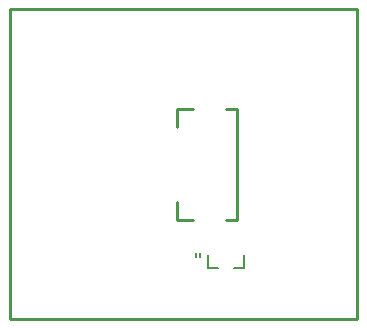
<source format=gto>
G04*
G04 #@! TF.GenerationSoftware,Altium Limited,Altium Designer,22.0.2 (36)*
G04*
G04 Layer_Color=65535*
%FSLAX44Y44*%
%MOMM*%
G71*
G04*
G04 #@! TF.SameCoordinates,6F31F27E-5EF2-42B1-86A0-0BE9EA9E1100*
G04*
G04*
G04 #@! TF.FilePolarity,Positive*
G04*
G01*
G75*
%ADD10C,0.2540*%
%ADD11C,0.0254*%
%ADD12C,0.2000*%
G36*
X156337Y52705D02*
Y56007D01*
X157226D01*
Y52705D01*
X156337D01*
D02*
G37*
G36*
X161163Y56007D02*
Y52705D01*
X160274Y52705D01*
Y56007D01*
X161163Y56007D01*
D02*
G37*
D10*
X293624Y77D02*
Y262459D01*
X254D02*
X293624D01*
X254Y77D02*
Y262459D01*
Y77D02*
X293624D01*
X183134Y83660D02*
X192024D01*
Y83820D02*
Y177800D01*
X141224Y83660D02*
Y98900D01*
Y83660D02*
X155194D01*
X141224Y162720D02*
Y177960D01*
X155194D01*
X183134D02*
X192024D01*
D11*
X161163Y52705D02*
Y56007D01*
X160274Y52705D02*
X161163Y52705D01*
X160274Y52705D02*
Y56007D01*
X161163Y56007D01*
X156337Y52705D02*
X157226D01*
Y56007D01*
X156337D02*
X157226D01*
X156337Y52705D02*
Y56007D01*
D12*
X167380Y42562D02*
X175880D01*
X167380D02*
Y53562D01*
X189880Y42562D02*
X198380D01*
Y53562D01*
M02*

</source>
